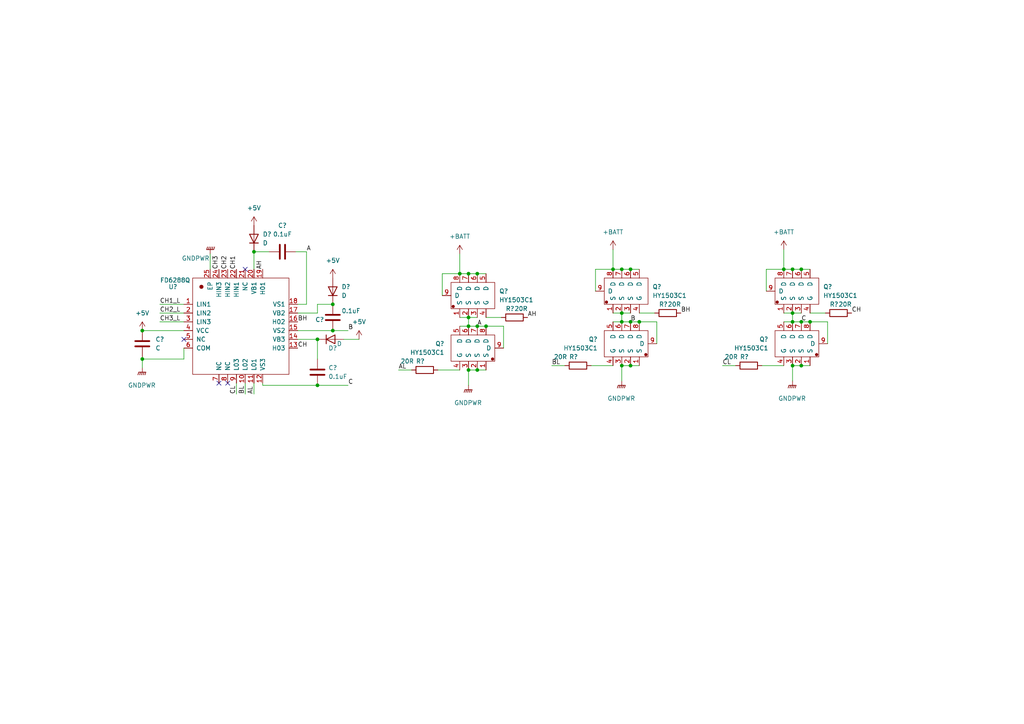
<source format=kicad_sch>
(kicad_sch (version 20211123) (generator eeschema)
  (paper "A4")
  (lib_symbols
    (symbol "Device:C" (pin_numbers hide) (pin_names (offset 0.254))
      (property "Reference" "C" (at 0.635 2.54 0))
      (property "Value" "C" (at 0.635 -2.54 0))
      (symbol "C_0_1"
        (polyline (pts (xy -2.032 -0.762) (xy 2.032 -0.762)) (stroke (width 0.508)))
        (polyline (pts (xy -2.032 0.762) (xy 2.032 0.762)) (stroke (width 0.508)))
      )
      (symbol "C_1_1"
        (pin passive line (at 0 3.81 270) (length 2.794) (name "~") (number "1"))
        (pin passive line (at 0 -3.81 90) (length 2.794) (name "~") (number "2"))
      )
    )
    (symbol "Device:D" (pin_numbers hide) (pin_names (offset 1.016) hide)
      (property "Reference" "D" (at 0 2.54 0))
      (property "Value" "D" (at 0 -2.54 0))
      (symbol "D_0_1"
        (polyline (pts (xy -1.27 1.27) (xy -1.27 -1.27)) (stroke (width 0.254)))
        (polyline (pts (xy 1.27 0) (xy -1.27 0)))
        (polyline (pts (xy 1.27 1.27) (xy 1.27 -1.27) (xy -1.27 0) (xy 1.27 1.27)) (stroke (width 0.254)))
      )
      (symbol "D_1_1"
        (pin passive line (at -3.81 0 0) (length 2.54) (name "K") (number "1"))
        (pin passive line (at 3.81 0 180) (length 2.54) (name "A") (number "2"))
      )
    )
    (symbol "Device:R" (pin_numbers hide) (pin_names (offset 0))
      (property "Reference" "R" (at 2.032 0 90))
      (property "Value" "R" (at 0 0 90))
      (symbol "R_0_1"
        (rectangle (start -1.016 -2.54) (end 1.016 2.54) (stroke (width 0.254)))
      )
      (symbol "R_1_1"
        (pin passive line (at 0 3.81 270) (length 1.27) (name "~") (number "1"))
        (pin passive line (at 0 -3.81 90) (length 1.27) (name "~") (number "2"))
      )
    )
    (symbol "ic:FD6288Q" (pin_names (offset 1.016))
      (property "Reference" "U" (at 0 19.6596 0))
      (property "Value" "FD6288Q" (at 0 24.7396 0))
      (symbol "FD6288Q_1_1"
        (rectangle (start -13.97 13.97) (end 13.97 -13.97) (stroke (width 0.1524)))
        (circle (center -11.43 11.43) (radius 0.508) (stroke (width 0.1524)) (fill (type outline)))
        (pin input line (at -16.51 6.35 0) (length 2.54) (name "LIN1") (number "1"))
        (pin input line (at 1.27 -16.51 90) (length 2.54) (name "L02") (number "10"))
        (pin input line (at 3.81 -16.51 90) (length 2.54) (name "L01") (number "11"))
        (pin input line (at 6.35 -16.51 90) (length 2.54) (name "VS3") (number "12"))
        (pin input line (at 16.51 -6.35 180) (length 2.54) (name "H03") (number "13"))
        (pin input line (at 16.51 -3.81 180) (length 2.54) (name "VB3") (number "14"))
        (pin input line (at 16.51 -1.27 180) (length 2.54) (name "VS2") (number "15"))
        (pin input line (at 16.51 1.27 180) (length 2.54) (name "H02") (number "16"))
        (pin input line (at 16.51 3.81 180) (length 2.54) (name "VB2") (number "17"))
        (pin input line (at 16.51 6.35 180) (length 2.54) (name "VS1") (number "18"))
        (pin input line (at 6.35 16.51 270) (length 2.54) (name "H01") (number "19"))
        (pin input line (at -16.51 3.81 0) (length 2.54) (name "LIN2") (number "2"))
        (pin input line (at 3.81 16.51 270) (length 2.54) (name "VB1") (number "20"))
        (pin input line (at 1.27 16.51 270) (length 2.54) (name "NC") (number "21"))
        (pin input line (at -1.27 16.51 270) (length 2.54) (name "HIN1") (number "22"))
        (pin input line (at -3.81 16.51 270) (length 2.54) (name "HIN2") (number "23"))
        (pin input line (at -6.35 16.51 270) (length 2.54) (name "HIN3") (number "24"))
        (pin input line (at -8.89 16.51 270) (length 2.54) (name "EP") (number "25"))
        (pin input line (at -16.51 1.27 0) (length 2.54) (name "LIN3") (number "3"))
        (pin input line (at -16.51 -1.27 0) (length 2.54) (name "VCC") (number "4"))
        (pin input line (at -16.51 -3.81 0) (length 2.54) (name "NC") (number "5"))
        (pin input line (at -16.51 -6.35 0) (length 2.54) (name "COM") (number "6"))
        (pin input line (at -6.35 -16.51 90) (length 2.54) (name "NC") (number "7"))
        (pin input line (at -3.81 -16.51 90) (length 2.54) (name "NC") (number "8"))
        (pin input line (at -1.27 -16.51 90) (length 2.54) (name "L03") (number "9"))
      )
    )
    (symbol "ic:HY1503C1" (pin_names (offset 1.016))
      (property "Reference" "Q" (at 3.81 11.43 0))
      (property "Value" "HY1503C1" (at 0 16.764 0))
      (symbol "HY1503C1_1_1"
        (rectangle (start -3.81 6.35) (end 3.81 -6.35) (stroke (width 0.1524)))
        (circle (center -3.175 5.715) (radius 0.381) (stroke (width 0.1524)) (fill (type outline)))
        (pin input line (at -6.35 3.81 0) (length 2.54) (name "S") (number "1"))
        (pin input line (at -6.35 1.27 0) (length 2.54) (name "S") (number "2"))
        (pin input line (at -6.35 -1.27 0) (length 2.54) (name "S") (number "3"))
        (pin input line (at -6.35 -3.81 0) (length 2.54) (name "G") (number "4"))
        (pin input line (at 6.35 -3.81 180) (length 2.54) (name "D") (number "5"))
        (pin input line (at 6.35 -1.27 180) (length 2.54) (name "D") (number "6"))
        (pin input line (at 6.35 1.27 180) (length 2.54) (name "D") (number "7"))
        (pin input line (at 6.35 3.81 180) (length 2.54) (name "D") (number "8"))
        (pin input line (at 0 8.89 270) (length 2.54) (name "D") (number "9"))
      )
    )
    (symbol "power:+5V" (power) (pin_names (offset 0))
      (property "Value" "+5V" (at 0 3.556 0))
      (symbol "+5V_0_1"
        (polyline (pts (xy -0.762 1.27) (xy 0 2.54)))
        (polyline (pts (xy 0 0) (xy 0 2.54)))
        (polyline (pts (xy 0 2.54) (xy 0.762 1.27)))
      )
      (symbol "+5V_1_1"
        (pin power_in line (at 0 0 90) (length 0) hide (name "+5V") (number "1"))
      )
    )
    (symbol "power:+BATT" (power) (pin_names (offset 0))
      (property "Value" "+BATT" (at 0 3.556 0))
      (symbol "+BATT_0_1"
        (polyline (pts (xy -0.762 1.27) (xy 0 2.54)))
        (polyline (pts (xy 0 0) (xy 0 2.54)))
        (polyline (pts (xy 0 2.54) (xy 0.762 1.27)))
      )
      (symbol "+BATT_1_1"
        (pin power_in line (at 0 0 90) (length 0) hide (name "+BATT") (number "1"))
      )
    )
    (symbol "power:GNDPWR" (power) (pin_names (offset 0))
      (property "Value" "GNDPWR" (at 0 -3.302 0))
      (symbol "GNDPWR_0_1"
        (polyline (pts (xy 0 -1.27) (xy 0 0)))
        (polyline (pts (xy -1.016 -1.27) (xy -1.27 -2.032) (xy -1.27 -2.032)) (stroke (width 0.2032)))
        (polyline (pts (xy -0.508 -1.27) (xy -0.762 -2.032) (xy -0.762 -2.032)) (stroke (width 0.2032)))
        (polyline (pts (xy 0 -1.27) (xy -0.254 -2.032) (xy -0.254 -2.032)) (stroke (width 0.2032)))
        (polyline (pts (xy 0.508 -1.27) (xy 0.254 -2.032) (xy 0.254 -2.032)) (stroke (width 0.2032)))
        (polyline (pts (xy 1.016 -1.27) (xy -1.016 -1.27) (xy -1.016 -1.27)) (stroke (width 0.2032)))
        (polyline (pts (xy 1.016 -1.27) (xy 0.762 -2.032) (xy 0.762 -2.032) (xy 0.762 -2.032)) (stroke (width 0.2032)))
      )
      (symbol "GNDPWR_1_1"
        (pin power_in line (at 0 0 270) (length 0) hide (name "GNDPWR") (number "1"))
      )
    )
  )
  (junction (at 229.87 78.105))
  (junction (at 41.275 95.885))
  (junction (at 232.41 93.345))
  (junction (at 133.35 79.375))
  (junction (at 138.43 94.615))
  (junction (at 180.34 78.105))
  (junction (at 229.87 106.045))
  (junction (at 180.34 90.805))
  (junction (at 232.41 78.105))
  (junction (at 92.075 111.76))
  (junction (at 177.8 78.105))
  (junction (at 135.89 94.615))
  (junction (at 185.42 93.345))
  (junction (at 92.075 98.425))
  (junction (at 96.52 95.885))
  (junction (at 41.275 104.14))
  (junction (at 180.34 106.045))
  (junction (at 135.89 107.315))
  (junction (at 227.33 78.105))
  (junction (at 229.87 93.345))
  (junction (at 234.95 93.345))
  (junction (at 138.43 79.375))
  (junction (at 182.88 93.345))
  (junction (at 96.52 88.265))
  (junction (at 182.88 78.105))
  (junction (at 229.87 90.805))
  (junction (at 135.89 79.375))
  (junction (at 138.43 107.315))
  (junction (at 180.34 93.345))
  (junction (at 232.41 106.045))
  (junction (at 182.88 106.045))
  (junction (at 135.89 92.075))
  (junction (at 140.97 94.615))
  (junction (at 73.66 73.025))
  (no_connect (at 63.5 111.125))
  (no_connect (at 66.04 111.125))
  (no_connect (at 71.12 78.105))
  (no_connect (at 53.34 98.425))
  (wire (pts (xy 180.34 93.345) (xy 182.88 93.345)))
  (wire (pts (xy 229.87 90.805) (xy 229.87 93.345)))
  (wire (pts (xy 135.89 107.315) (xy 138.43 107.315)))
  (wire (pts (xy 145.415 92.075) (xy 140.97 92.075)))
  (wire (pts (xy 138.43 107.315) (xy 140.97 107.315)))
  (wire (pts (xy 92.075 98.425) (xy 86.36 98.425)))
  (wire (pts (xy 229.87 78.105) (xy 232.41 78.105)))
  (wire (pts (xy 182.88 93.345) (xy 185.42 93.345)))
  (wire (pts (xy 182.88 106.045) (xy 185.42 106.045)))
  (wire (pts (xy 229.87 90.805) (xy 232.41 90.805)))
  (wire (pts (xy 182.88 78.105) (xy 185.42 78.105)))
  (wire (pts (xy 171.45 106.045) (xy 177.8 106.045)))
  (wire (pts (xy 78.105 73.025) (xy 73.66 73.025)))
  (wire (pts (xy 190.5 93.345) (xy 185.42 93.345)))
  (wire (pts (xy 177.8 78.105) (xy 180.34 78.105)))
  (wire (pts (xy 127 107.315) (xy 133.35 107.315)))
  (wire (pts (xy 209.55 106.045) (xy 213.36 106.045)))
  (wire (pts (xy 227.33 93.345) (xy 229.87 93.345)))
  (wire (pts (xy 220.98 106.045) (xy 227.33 106.045)))
  (wire (pts (xy 160.02 106.045) (xy 163.83 106.045)))
  (wire (pts (xy 240.03 93.345) (xy 234.95 93.345)))
  (wire (pts (xy 135.89 92.075) (xy 138.43 92.075)))
  (wire (pts (xy 86.36 95.885) (xy 96.52 95.885)))
  (wire (pts (xy 229.87 93.345) (xy 232.41 93.345)))
  (wire (pts (xy 229.87 110.49) (xy 229.87 106.045)))
  (wire (pts (xy 46.355 88.265) (xy 53.34 88.265)))
  (wire (pts (xy 135.89 92.075) (xy 135.89 94.615)))
  (wire (pts (xy 53.34 104.14) (xy 53.34 100.965)))
  (wire (pts (xy 73.66 73.025) (xy 73.66 78.105)))
  (wire (pts (xy 60.96 73.66) (xy 60.96 78.105)))
  (wire (pts (xy 189.865 90.805) (xy 185.42 90.805)))
  (wire (pts (xy 138.43 79.375) (xy 140.97 79.375)))
  (wire (pts (xy 133.35 73.66) (xy 133.35 79.375)))
  (wire (pts (xy 227.33 72.39) (xy 227.33 78.105)))
  (wire (pts (xy 239.395 90.805) (xy 234.95 90.805)))
  (wire (pts (xy 92.075 104.14) (xy 92.075 98.425)))
  (wire (pts (xy 180.34 90.805) (xy 180.34 93.345)))
  (wire (pts (xy 46.355 90.805) (xy 53.34 90.805)))
  (wire (pts (xy 135.89 111.76) (xy 135.89 107.315)))
  (wire (pts (xy 180.34 110.49) (xy 180.34 106.045)))
  (wire (pts (xy 227.33 90.805) (xy 229.87 90.805)))
  (wire (pts (xy 71.12 114.3) (xy 71.12 111.125)))
  (wire (pts (xy 222.25 78.105) (xy 227.33 78.105)))
  (wire (pts (xy 146.05 94.615) (xy 140.97 94.615)))
  (wire (pts (xy 232.41 93.345) (xy 234.95 93.345)))
  (wire (pts (xy 92.075 111.76) (xy 76.2 111.76)))
  (wire (pts (xy 177.8 93.345) (xy 180.34 93.345)))
  (wire (pts (xy 177.8 90.805) (xy 180.34 90.805)))
  (wire (pts (xy 133.35 79.375) (xy 135.89 79.375)))
  (wire (pts (xy 180.34 106.045) (xy 182.88 106.045)))
  (wire (pts (xy 232.41 78.105) (xy 234.95 78.105)))
  (wire (pts (xy 76.2 111.76) (xy 76.2 111.125)))
  (wire (pts (xy 86.36 90.805) (xy 92.075 90.805)))
  (wire (pts (xy 133.35 92.075) (xy 135.89 92.075)))
  (wire (pts (xy 100.965 111.76) (xy 92.075 111.76)))
  (wire (pts (xy 92.075 88.265) (xy 96.52 88.265)))
  (wire (pts (xy 227.33 78.105) (xy 229.87 78.105)))
  (wire (pts (xy 68.58 114.3) (xy 68.58 111.125)))
  (wire (pts (xy 41.275 104.14) (xy 41.275 103.505)))
  (wire (pts (xy 41.275 104.14) (xy 53.34 104.14)))
  (wire (pts (xy 232.41 106.045) (xy 234.95 106.045)))
  (wire (pts (xy 180.34 78.105) (xy 182.88 78.105)))
  (wire (pts (xy 190.5 99.695) (xy 190.5 93.345)))
  (wire (pts (xy 92.075 90.805) (xy 92.075 88.265)))
  (wire (pts (xy 88.9 73.025) (xy 88.9 88.265)))
  (wire (pts (xy 41.275 95.885) (xy 53.34 95.885)))
  (wire (pts (xy 128.27 79.375) (xy 133.35 79.375)))
  (wire (pts (xy 229.87 106.045) (xy 232.41 106.045)))
  (wire (pts (xy 180.34 90.805) (xy 182.88 90.805)))
  (wire (pts (xy 222.25 84.455) (xy 222.25 78.105)))
  (wire (pts (xy 73.66 114.3) (xy 73.66 111.125)))
  (wire (pts (xy 135.89 79.375) (xy 138.43 79.375)))
  (wire (pts (xy 85.725 73.025) (xy 88.9 73.025)))
  (wire (pts (xy 128.27 85.725) (xy 128.27 79.375)))
  (wire (pts (xy 177.8 72.39) (xy 177.8 78.105)))
  (wire (pts (xy 133.35 94.615) (xy 135.89 94.615)))
  (wire (pts (xy 88.9 88.265) (xy 86.36 88.265)))
  (wire (pts (xy 135.89 94.615) (xy 138.43 94.615)))
  (wire (pts (xy 115.57 107.315) (xy 119.38 107.315)))
  (wire (pts (xy 138.43 94.615) (xy 140.97 94.615)))
  (wire (pts (xy 172.72 84.455) (xy 172.72 78.105)))
  (wire (pts (xy 240.03 99.695) (xy 240.03 93.345)))
  (wire (pts (xy 100.965 95.885) (xy 96.52 95.885)))
  (wire (pts (xy 104.14 98.425) (xy 99.695 98.425)))
  (wire (pts (xy 146.05 100.965) (xy 146.05 94.615)))
  (wire (pts (xy 46.355 93.345) (xy 53.34 93.345)))
  (wire (pts (xy 41.275 106.68) (xy 41.275 104.14)))
  (wire (pts (xy 172.72 78.105) (xy 177.8 78.105)))
  (label "CL" (at 68.58 114.3 90))
  (label "BH" (at 86.36 93.345 0))
  (label "CH" (at 86.36 100.965 0))
  (label "A" (at 88.9 73.025 0))
  (label "CH1" (at 68.58 78.105 90))
  (label "CH3" (at 63.5 78.105 90))
  (label "CH2" (at 66.04 78.105 90))
  (label "AL" (at 115.57 107.315 0))
  (label "CH3_L" (at 46.355 93.345 0))
  (label "B" (at 100.965 95.885 0))
  (label "BL" (at 71.12 114.3 90))
  (label "CH1_L" (at 46.355 88.265 0))
  (label "AH" (at 76.2 78.105 90))
  (label "CH" (at 247.015 90.805 0))
  (label "C" (at 232.41 93.345 0))
  (label "B" (at 182.88 93.345 0))
  (label "BL" (at 160.02 106.045 0))
  (label "CH2_L" (at 46.355 90.805 0))
  (label "BH" (at 197.485 90.805 0))
  (label "CL" (at 209.55 106.045 0))
  (label "A" (at 138.43 94.615 0))
  (label "AH" (at 153.035 92.075 0))
  (label "AL" (at 73.66 114.3 90))
  (label "C" (at 100.965 111.76 0))
  (symbol (lib_id "power:GNDPWR") (at 60.96 73.66 180) (unit 1)
    (property "Reference" "#PWR?" (effects hide))
    (property "Value" "GNDPWR" (at 52.705 74.93 0) (effects (justify right)))
  )
  (symbol (lib_id "Device:D") (at 96.52 84.455 90) (unit 1)
    (property "Reference" "D?" (at 99.06 83.1849 90) (effects (justify right)))
    (property "Value" "D" (at 99.06 85.7249 90) (effects (justify right)))
  )
  (symbol (lib_id "ic:HY1503C1") (at 137.16 85.725 90) (unit 1)
    (property "Reference" "Q?" (at 144.78 84.4549 90) (effects (justify right)))
    (property "Value" "HY1503C1" (at 144.78 86.9949 90) (effects (justify right)))
    (property "Footprint" "Package_DFN_QFN:DFN-8-1EP_3x3mm_P0.65mm_EP1.7x2.05mm" (effects hide))
    (property "Datasheet" "http://www.szlcsc.com/product/details_333119.html" (effects hide))
    (property "SuppliersPartNumber" "C358109" (effects hide))
    (property "uuid" "std:9e4d0f2420bf40f986b24dfeaaf64c75" (effects hide))
  )
  (symbol (lib_id "power:+5V") (at 104.14 98.425 0) (unit 1)
    (property "Reference" "#PWR?" (effects hide))
    (property "Value" "+5V" (at 104.14 93.345 0))
  )
  (symbol (lib_id "power:GNDPWR") (at 135.89 111.76 0) (unit 1)
    (property "Reference" "#PWR?" (effects hide))
    (property "Value" "GNDPWR" (at 135.763 116.84 0))
  )
  (symbol (lib_id "Device:R") (at 167.64 106.045 90) (unit 1)
    (property "Reference" "R?" (at 166.37 103.505 90))
    (property "Value" "20R" (at 162.56 103.505 90))
  )
  (symbol (lib_id "power:+BATT") (at 133.35 73.66 0) (unit 1)
    (property "Reference" "#PWR?" (effects hide))
    (property "Value" "+BATT" (at 133.35 68.58 0))
  )
  (symbol (lib_id "ic:HY1503C1") (at 181.61 99.695 270) (mirror x) (unit 1)
    (property "Reference" "Q?" (at 173.355 98.4249 90) (effects (justify right)))
    (property "Value" "HY1503C1" (at 173.355 100.9649 90) (effects (justify right)))
    (property "Footprint" "Package_DFN_QFN:DFN-8-1EP_3x3mm_P0.65mm_EP1.7x2.05mm" (effects hide))
    (property "Datasheet" "http://www.szlcsc.com/product/details_333119.html" (effects hide))
    (property "SuppliersPartNumber" "C358109" (effects hide))
    (property "uuid" "std:9e4d0f2420bf40f986b24dfeaaf64c75" (effects hide))
  )
  (symbol (lib_id "power:+5V") (at 96.52 80.645 0) (unit 1)
    (property "Reference" "#PWR?" (effects hide))
    (property "Value" "+5V" (at 96.52 75.565 0))
  )
  (symbol (lib_id "Device:R") (at 217.17 106.045 90) (unit 1)
    (property "Reference" "R?" (at 215.9 103.505 90))
    (property "Value" "20R" (at 212.09 103.505 90))
  )
  (symbol (lib_id "power:GNDPWR") (at 229.87 110.49 0) (unit 1)
    (property "Reference" "#PWR?" (effects hide))
    (property "Value" "GNDPWR" (at 229.743 115.57 0))
  )
  (symbol (lib_id "power:+BATT") (at 227.33 72.39 0) (unit 1)
    (property "Reference" "#PWR?" (effects hide))
    (property "Value" "+BATT" (at 227.33 67.31 0))
  )
  (symbol (lib_id "Device:R") (at 193.675 90.805 90) (unit 1)
    (property "Reference" "R?" (at 192.405 88.265 90))
    (property "Value" "20R" (at 195.58 88.265 90))
  )
  (symbol (lib_id "Device:C") (at 92.075 107.95 0) (mirror y) (unit 1)
    (property "Reference" "C?" (at 95.25 106.6799 0) (effects (justify right)))
    (property "Value" "0.1uF" (at 95.25 109.2199 0) (effects (justify right)))
  )
  (symbol (lib_id "Device:R") (at 243.205 90.805 90) (unit 1)
    (property "Reference" "R?" (at 241.935 88.265 90))
    (property "Value" "20R" (at 245.11 88.265 90))
  )
  (symbol (lib_id "power:+5V") (at 41.275 95.885 0) (unit 1)
    (property "Reference" "#PWR?" (effects hide))
    (property "Value" "+5V" (at 41.275 90.805 0))
  )
  (symbol (lib_id "Device:R") (at 123.19 107.315 90) (unit 1)
    (property "Reference" "R?" (at 121.92 104.775 90))
    (property "Value" "20R" (at 118.11 104.775 90))
  )
  (symbol (lib_id "power:+BATT") (at 177.8 72.39 0) (unit 1)
    (property "Reference" "#PWR?" (effects hide))
    (property "Value" "+BATT" (at 177.8 67.31 0))
  )
  (symbol (lib_id "Device:C") (at 96.52 92.075 0) (mirror y) (unit 1)
    (property "Reference" "C?" (at 91.44 92.71 0) (effects (justify right)))
    (property "Value" "0.1uF" (at 99.06 90.17 0) (effects (justify right)))
  )
  (symbol (lib_id "ic:HY1503C1") (at 231.14 84.455 90) (unit 1)
    (property "Reference" "Q?" (at 238.76 83.1849 90) (effects (justify right)))
    (property "Value" "HY1503C1" (at 238.76 85.7249 90) (effects (justify right)))
    (property "Footprint" "Package_DFN_QFN:DFN-8-1EP_3x3mm_P0.65mm_EP1.7x2.05mm" (effects hide))
    (property "Datasheet" "http://www.szlcsc.com/product/details_333119.html" (effects hide))
    (property "SuppliersPartNumber" "C358109" (effects hide))
    (property "uuid" "std:9e4d0f2420bf40f986b24dfeaaf64c75" (effects hide))
  )
  (symbol (lib_id "Device:R") (at 149.225 92.075 90) (unit 1)
    (property "Reference" "R?" (at 147.955 89.535 90))
    (property "Value" "20R" (at 151.13 89.535 90))
  )
  (symbol (lib_id "Device:C") (at 81.915 73.025 270) (mirror x) (unit 1)
    (property "Reference" "C?" (at 81.915 65.405 90))
    (property "Value" "0.1uF" (at 81.915 67.945 90))
  )
  (symbol (lib_id "Device:C") (at 41.275 99.695 0) (mirror y) (unit 1)
    (property "Reference" "C?" (at 45.085 98.4249 0) (effects (justify right)))
    (property "Value" "C" (at 45.085 100.9649 0) (effects (justify right)))
  )
  (symbol (lib_id "ic:HY1503C1") (at 231.14 99.695 270) (mirror x) (unit 1)
    (property "Reference" "Q?" (at 222.885 98.4249 90) (effects (justify right)))
    (property "Value" "HY1503C1" (at 222.885 100.9649 90) (effects (justify right)))
    (property "Footprint" "Package_DFN_QFN:DFN-8-1EP_3x3mm_P0.65mm_EP1.7x2.05mm" (effects hide))
    (property "Datasheet" "http://www.szlcsc.com/product/details_333119.html" (effects hide))
    (property "SuppliersPartNumber" "C358109" (effects hide))
    (property "uuid" "std:9e4d0f2420bf40f986b24dfeaaf64c75" (effects hide))
  )
  (symbol (lib_id "power:+5V") (at 73.66 65.405 0) (unit 1)
    (property "Reference" "#PWR?" (effects hide))
    (property "Value" "+5V" (at 73.66 60.325 0))
  )
  (symbol (lib_id "ic:HY1503C1") (at 181.61 84.455 90) (unit 1)
    (property "Reference" "Q?" (at 189.23 83.1849 90) (effects (justify right)))
    (property "Value" "HY1503C1" (at 189.23 85.7249 90) (effects (justify right)))
    (property "Footprint" "Package_DFN_QFN:DFN-8-1EP_3x3mm_P0.65mm_EP1.7x2.05mm" (effects hide))
    (property "Datasheet" "http://www.szlcsc.com/product/details_333119.html" (effects hide))
    (property "SuppliersPartNumber" "C358109" (effects hide))
    (property "uuid" "std:9e4d0f2420bf40f986b24dfeaaf64c75" (effects hide))
  )
  (symbol (lib_id "power:GNDPWR") (at 180.34 110.49 0) (unit 1)
    (property "Reference" "#PWR?" (effects hide))
    (property "Value" "GNDPWR" (at 180.213 115.57 0))
  )
  (symbol (lib_id "ic:FD6288Q") (at 69.85 94.615 0) (unit 1)
    (property "Reference" "U?" (at 50.165 83.185 0))
    (property "Value" "FD6288Q" (at 50.8 81.28 0))
    (property "Footprint" "Package_DFN_QFN:QFN-24-1EP_4x4mm_P0.5mm_EP2.65x2.65mm" (effects hide))
    (property "Datasheet" "http://www.szlcsc.com/product/details_98885.html" (effects hide))
    (property "SuppliersPartNumber" "C97677" (effects hide))
    (property "uuid" "std:0b4eb22cfbed4a758833aa667c39210a" (effects hide))
  )
  (symbol (lib_id "ic:HY1503C1") (at 137.16 100.965 270) (mirror x) (unit 1)
    (property "Reference" "Q?" (at 128.905 99.6949 90) (effects (justify right)))
    (property "Value" "HY1503C1" (at 128.905 102.2349 90) (effects (justify right)))
    (property "Footprint" "Package_DFN_QFN:DFN-8-1EP_3x3mm_P0.65mm_EP1.7x2.05mm" (effects hide))
    (property "Datasheet" "http://www.szlcsc.com/product/details_333119.html" (effects hide))
    (property "SuppliersPartNumber" "C358109" (effects hide))
    (property "uuid" "std:9e4d0f2420bf40f986b24dfeaaf64c75" (effects hide))
  )
  (symbol (lib_id "Device:D") (at 73.66 69.215 90) (unit 1)
    (property "Reference" "D?" (at 76.2 67.9449 90) (effects (justify right)))
    (property "Value" "D" (at 76.2 70.4849 90) (effects (justify right)))
  )
  (symbol (lib_id "Device:D") (at 95.885 98.425 0) (unit 1)
    (property "Reference" "D?" (at 96.52 100.965 0))
    (property "Value" "D" (at 98.425 99.695 0))
  )
  (symbol (lib_id "power:GNDPWR") (at 41.275 106.68 0) (unit 1)
    (property "Reference" "#PWR?" (effects hide))
    (property "Value" "GNDPWR" (at 41.148 111.76 0))
  )
)
</source>
